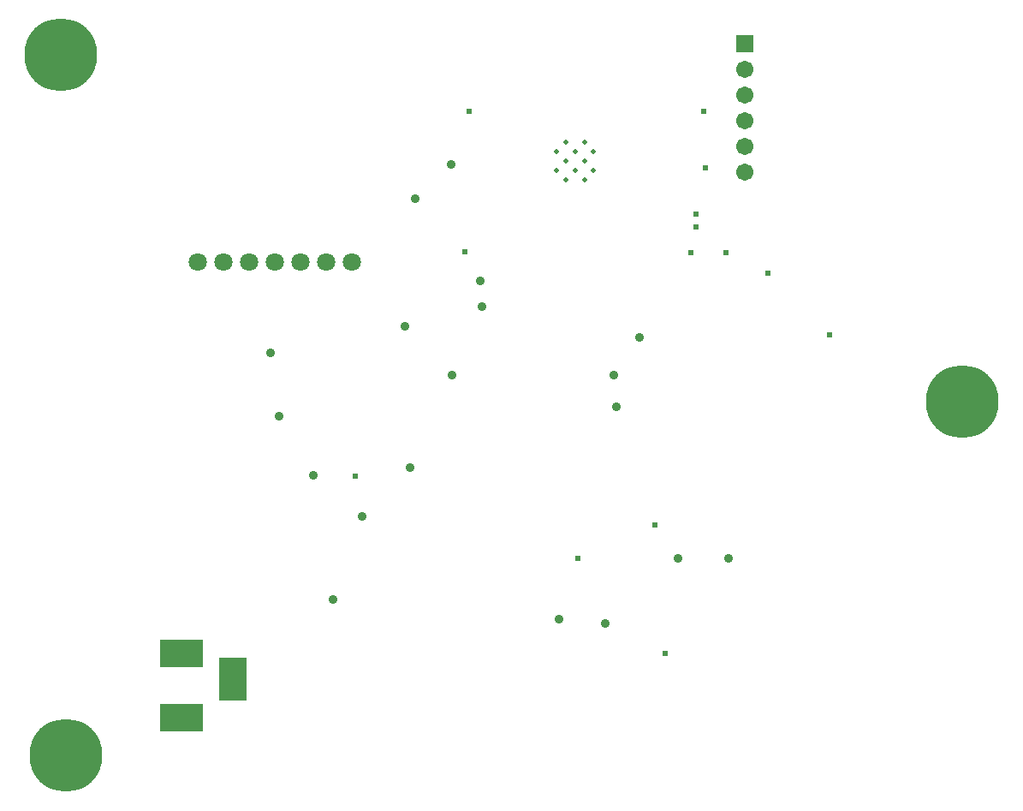
<source format=gbs>
G04*
G04 #@! TF.GenerationSoftware,Altium Limited,Altium Designer,21.3.2 (30)*
G04*
G04 Layer_Color=16711935*
%FSTAX24Y24*%
%MOIN*%
G70*
G04*
G04 #@! TF.SameCoordinates,F68421FC-E499-4976-B511-058DC5D6CA2F*
G04*
G04*
G04 #@! TF.FilePolarity,Negative*
G04*
G01*
G75*
%ADD63C,0.0276*%
%ADD64C,0.2835*%
%ADD65C,0.0198*%
%ADD66C,0.0709*%
%ADD67R,0.1080X0.1680*%
%ADD68R,0.1680X0.1080*%
%ADD69R,0.0671X0.0671*%
%ADD70C,0.0671*%
%ADD71C,0.0237*%
%ADD72C,0.0356*%
D63*
X029485Y011835D02*
D03*
X029128Y012599D02*
D03*
X028335Y012885D02*
D03*
X027572Y012528D02*
D03*
X027285Y011735D02*
D03*
X027643Y010972D02*
D03*
X028435Y010685D02*
D03*
X029199Y011043D02*
D03*
X028999Y038293D02*
D03*
X028235Y037935D02*
D03*
X027443Y038222D02*
D03*
X027085Y038985D02*
D03*
X027372Y039778D02*
D03*
X028135Y040135D02*
D03*
X028928Y039849D02*
D03*
X029285Y039085D02*
D03*
X064063Y024758D02*
D03*
X0633Y0244D02*
D03*
X062508Y024687D02*
D03*
X06215Y02545D02*
D03*
X062437Y026242D02*
D03*
X0632Y0266D02*
D03*
X063992Y026313D02*
D03*
X06435Y02555D02*
D03*
D64*
X02835Y01175D02*
D03*
X02815Y039D02*
D03*
X06325Y0255D02*
D03*
D65*
X048534Y034155D02*
D03*
X047811D02*
D03*
X048895Y034516D02*
D03*
X048172D02*
D03*
X04745D02*
D03*
X048534Y034878D02*
D03*
X047811D02*
D03*
X048895Y035239D02*
D03*
X048172D02*
D03*
X04745D02*
D03*
X048534Y0356D02*
D03*
X047811D02*
D03*
D66*
X0395Y03095D02*
D03*
X0385D02*
D03*
X0375D02*
D03*
X0365D02*
D03*
X0355D02*
D03*
X0345D02*
D03*
X0335D02*
D03*
D67*
X03485Y0147D02*
D03*
D68*
X03285Y0132D02*
D03*
Y0157D02*
D03*
D69*
X0548Y03945D02*
D03*
D70*
Y03845D02*
D03*
Y03745D02*
D03*
Y03645D02*
D03*
Y03545D02*
D03*
Y03445D02*
D03*
D71*
X0529Y0323D02*
D03*
X04405Y0368D02*
D03*
X0439Y03135D02*
D03*
X0557Y0305D02*
D03*
X0527Y0313D02*
D03*
X0529Y0328D02*
D03*
X0532Y0368D02*
D03*
X05325Y0346D02*
D03*
X0483Y0194D02*
D03*
X039628Y022613D02*
D03*
X05405Y0313D02*
D03*
X0513Y0207D02*
D03*
X0517Y015709D02*
D03*
X0581Y0281D02*
D03*
D72*
X0445Y0302D02*
D03*
X04195Y0334D02*
D03*
X04335Y03475D02*
D03*
X03633Y027424D02*
D03*
X0434Y02655D02*
D03*
X04155Y02845D02*
D03*
X0399Y02105D02*
D03*
X038Y02265D02*
D03*
X0507Y028D02*
D03*
X0498Y0253D02*
D03*
X04755Y01705D02*
D03*
X04455Y0292D02*
D03*
X05415Y0194D02*
D03*
X0522Y0194D02*
D03*
X04175Y022941D02*
D03*
X03665Y02495D02*
D03*
X03875Y017801D02*
D03*
X0497Y02655D02*
D03*
X04935Y016891D02*
D03*
M02*

</source>
